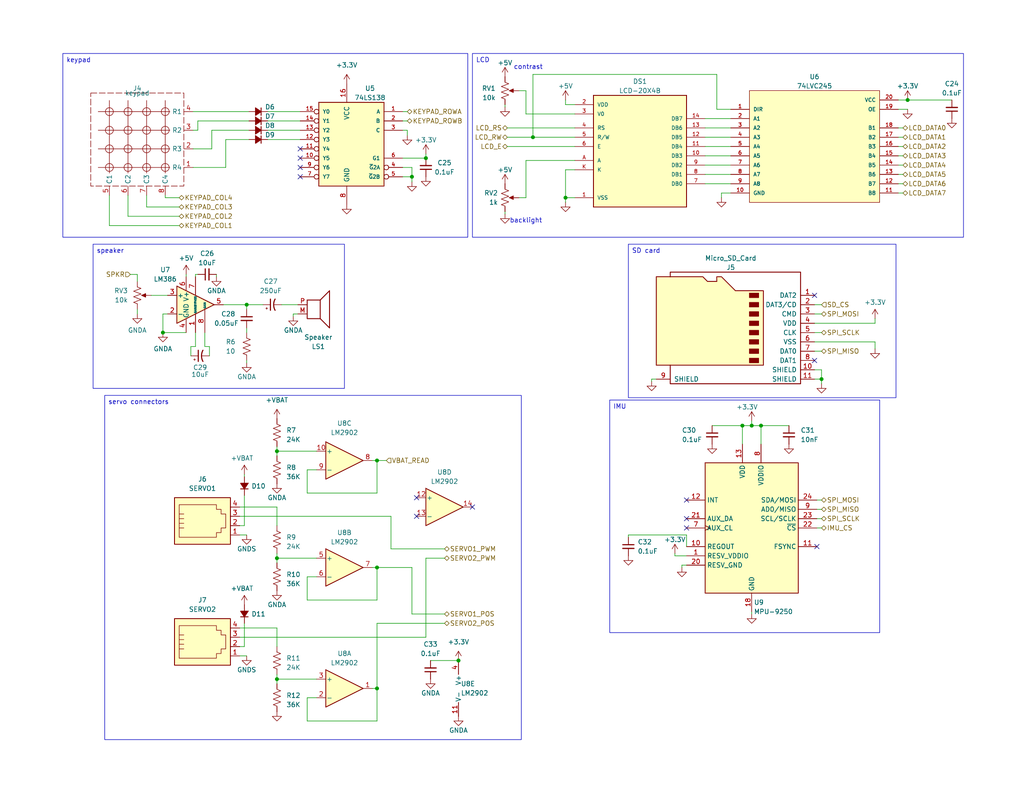
<source format=kicad_sch>
(kicad_sch (version 20231120) (generator "eeschema") (generator_version "8.0")
  (paper "A")
  (title_block (title "EE 110 Alpha Board - GPIO") (date "2024-02-07") (rev "0.2") (company "Adam Krivka"))
  (lib_symbols
    (symbol "74LS138:74LS138" (pin_names (offset 1.016))
      (property "Reference" "U2" (at -6.35 13.97 0))
      (property "Value" "74LS138" (at -6.35 11.43 0))
      (symbol "74LS138_1_0"
        (pin input line (at -15.24 7.62 0) (length 5.08) (name "A") (number "1"))
        (pin output inverted (at 12.7 -5.08 180) (length 5.08) (name "Y5") (number "10"))
        (pin output inverted (at 12.7 -2.54 180) (length 5.08) (name "Y4") (number "11"))
        (pin output inverted (at 12.7 0 180) (length 5.08) (name "Y3") (number "12"))
        (pin output inverted (at 12.7 2.54 180) (length 5.08) (name "Y2") (number "13"))
        (pin output inverted (at 12.7 5.08 180) (length 5.08) (name "Y1") (number "14"))
        (pin output inverted (at 12.7 7.62 180) (length 5.08) (name "Y0") (number "15"))
        (pin input line (at -15.24 5.08 0) (length 5.08) (name "B") (number "2"))
        (pin input line (at -15.24 2.54 0) (length 5.08) (name "C") (number "3"))
        (pin input inverted (at -15.24 -7.62 0) (length 5.08) (name "~{G}2A") (number "4"))
        (pin input inverted (at -15.24 -10.16 0) (length 5.08) (name "~{G}2B") (number "5"))
        (pin input line (at -15.24 -5.08 0) (length 5.08) (name "G1") (number "6"))
        (pin output inverted (at 12.7 -10.16 180) (length 5.08) (name "Y7") (number "7"))
        (pin output inverted (at 12.7 -7.62 180) (length 5.08) (name "Y6") (number "9"))
      )
      (symbol "74LS138_1_1"
        (pin input line (at 0 15.24 270) (length 5.08) (name "VCC") (number "16"))
        (pin input line (at 0 -17.78 90) (length 5.08) (name "GND") (number "8"))
      )
    )
    (symbol "74LVC245:74LVC245" (pin_names (offset 1.016))
      (property "Reference" "U2" (at 0 19.05 0))
      (symbol "74LVC245_0_0"
        (pin bidirectional line (at -22.86 10.16 0) (length 5.08) (name "DIR") (number "1"))
        (pin bidirectional line (at -22.86 -12.7 0) (length 5.08) (name "GND") (number "10"))
        (pin bidirectional line (at 22.86 -12.7 180) (length 5.08) (name "B8") (number "11"))
        (pin bidirectional line (at 22.86 -10.16 180) (length 5.08) (name "B7") (number "12"))
        (pin bidirectional line (at 22.86 -7.62 180) (length 5.08) (name "B6") (number "13"))
        (pin bidirectional line (at 22.86 -5.08 180) (length 5.08) (name "B5") (number "14"))
        (pin bidirectional line (at 22.86 -2.54 180) (length 5.08) (name "B4") (number "15"))
        (pin bidirectional line (at 22.86 0 180) (length 5.08) (name "B3") (number "16"))
        (pin bidirectional line (at 22.86 2.54 180) (length 5.08) (name "B2") (number "17"))
        (pin bidirectional line (at 22.86 5.08 180) (length 5.08) (name "B1") (number "18"))
        (pin bidirectional line (at 22.86 10.16 180) (length 5.08) (name "OE") (number "19"))
        (pin bidirectional line (at -22.86 7.62 0) (length 5.08) (name "A1") (number "2"))
        (pin bidirectional line (at 22.86 12.7 180) (length 5.08) (name "VCC") (number "20"))
        (pin bidirectional line (at -22.86 5.08 0) (length 5.08) (name "A2") (number "3"))
        (pin bidirectional line (at -22.86 2.54 0) (length 5.08) (name "A3") (number "4"))
        (pin bidirectional line (at -22.86 0 0) (length 5.08) (name "A4") (number "5"))
        (pin bidirectional line (at -22.86 -2.54 0) (length 5.08) (name "A5") (number "6"))
        (pin bidirectional line (at -22.86 -5.08 0) (length 5.08) (name "A6") (number "7"))
        (pin bidirectional line (at -22.86 -7.62 0) (length 5.08) (name "A7") (number "8"))
        (pin bidirectional line (at -22.86 -10.16 0) (length 5.08) (name "A8") (number "9"))
      )
    )
    (symbol "Amplifier_Audio:LM386" (pin_names (offset 0.127))
      (property "Reference" "U" (at 1.27 7.62 0))
      (property "Value" "LM386" (at 1.27 5.08 0))
      (symbol "LM386_1_1"
        (pin input line (at 0 -7.62 90) (length 5.08) (name "GAIN") (number "1"))
        (pin input line (at -7.62 -2.54 0) (length 2.54) (name "-") (number "2"))
        (pin input line (at -7.62 2.54 0) (length 2.54) (name "+") (number "3"))
        (pin power_in line (at -2.54 -7.62 90) (length 3.81) (name "GND") (number "4"))
        (pin output line (at 7.62 0 180) (length 2.54) (name "~") (number "5"))
        (pin power_in line (at -2.54 7.62 270) (length 3.81) (name "V+") (number "6"))
        (pin input line (at 0 7.62 270) (length 5.08) (name "BYPASS") (number "7"))
        (pin input line (at 2.54 -7.62 90) (length 6.35) (name "GAIN") (number "8"))
      )
    )
    (symbol "Amplifier_Operational:LM2902" (pin_names (offset 0.127))
      (property "Reference" "U" (at 0 5.08 0))
      (property "Value" "LM2902" (at 0 -5.08 0))
      (symbol "LM2902_1_1"
        (pin output line (at 7.62 0 180) (length 2.54) (name "~") (number "1"))
        (pin input line (at -7.62 -2.54 0) (length 2.54) (name "-") (number "2"))
        (pin input line (at -7.62 2.54 0) (length 2.54) (name "+") (number "3"))
      )
      (symbol "LM2902_2_1"
        (pin input line (at -7.62 2.54 0) (length 2.54) (name "+") (number "5"))
        (pin input line (at -7.62 -2.54 0) (length 2.54) (name "-") (number "6"))
        (pin output line (at 7.62 0 180) (length 2.54) (name "~") (number "7"))
      )
      (symbol "LM2902_3_1"
        (pin input line (at -7.62 2.54 0) (length 2.54) (name "+") (number "10"))
        (pin output line (at 7.62 0 180) (length 2.54) (name "~") (number "8"))
        (pin input line (at -7.62 -2.54 0) (length 2.54) (name "-") (number "9"))
      )
      (symbol "LM2902_4_1"
        (pin input line (at -7.62 2.54 0) (length 2.54) (name "+") (number "12"))
        (pin input line (at -7.62 -2.54 0) (length 2.54) (name "-") (number "13"))
        (pin output line (at 7.62 0 180) (length 2.54) (name "~") (number "14"))
      )
      (symbol "LM2902_5_1"
        (pin power_in line (at -2.54 -7.62 90) (length 3.81) (name "V-") (number "11"))
        (pin power_in line (at -2.54 7.62 270) (length 3.81) (name "V+") (number "4"))
      )
    )
    (symbol "Connector:4P4C" (pin_names (offset 1.016))
      (property "Reference" "J" (at -5.08 8.89 0))
      (property "Value" "4P4C" (at 2.54 8.89 0))
      (symbol "4P4C_1_1"
        (pin passive line (at 10.16 -2.54 180) (length 2.54) (name "~") (number "1"))
        (pin passive line (at 10.16 0 180) (length 2.54) (name "~") (number "2"))
        (pin passive line (at 10.16 2.54 180) (length 2.54) (name "~") (number "3"))
        (pin passive line (at 10.16 5.08 180) (length 2.54) (name "~") (number "4"))
      )
    )
    (symbol "Connector:Micro_SD_Card" (pin_names (offset 1.016))
      (property "Reference" "J4" (at 0 15.24 0))
      (property "Value" "Micro_SD_Card" (at 0 17.78 0))
      (symbol "Micro_SD_Card_1_1"
        (pin bidirectional line (at -22.86 7.62 0) (length 3.81) (name "DAT2") (number "1"))
        (pin passive line (at -22.86 -12.7 0) (length 3.81) (name "SHIELD") (number "10"))
        (pin passive line (at -22.86 -15.24 0) (length 3.81) (name "SHIELD") (number "11"))
        (pin bidirectional line (at -22.86 5.08 0) (length 3.81) (name "DAT3/CD") (number "2"))
        (pin input line (at -22.86 2.54 0) (length 3.81) (name "CMD") (number "3"))
        (pin power_in line (at -22.86 0 0) (length 3.81) (name "VDD") (number "4"))
        (pin input line (at -22.86 -2.54 0) (length 3.81) (name "CLK") (number "5"))
        (pin power_in line (at -22.86 -5.08 0) (length 3.81) (name "VSS") (number "6"))
        (pin bidirectional line (at -22.86 -7.62 0) (length 3.81) (name "DAT0") (number "7"))
        (pin bidirectional line (at -22.86 -10.16 0) (length 3.81) (name "DAT1") (number "8"))
        (pin passive line (at 20.32 -15.24 180) (length 3.81) (name "SHIELD") (number "9"))
      )
    )
    (symbol "Device:C_Polarized_Small_US" (pin_numbers hide) (pin_names (offset 0.254) hide)
      (property "Reference" "C" (at 0.254 1.778 0))
      (property "Value" "C_Polarized_Small_US" (at 0.254 -2.032 0))
      (symbol "C_Polarized_Small_US_1_1"
        (pin passive line (at 0 2.54 270) (length 2.032) (name "~") (number "1"))
        (pin passive line (at 0 -2.54 90) (length 2.032) (name "~") (number "2"))
      )
    )
    (symbol "Device:C_Small" (pin_numbers hide) (pin_names (offset 0.254) hide)
      (property "Reference" "C" (at 0.254 1.778 0))
      (property "Value" "C_Small" (at 0.254 -2.032 0))
      (symbol "C_Small_1_1"
        (pin passive line (at 0 2.54 270) (length 2.032) (name "~") (number "1"))
        (pin passive line (at 0 -2.54 90) (length 2.032) (name "~") (number "2"))
      )
    )
    (symbol "Device:D_Small_Filled" (pin_numbers hide) (pin_names (offset 0.254) hide)
      (property "Reference" "D" (at -1.27 2.032 0))
      (property "Value" "D_Small_Filled" (at -3.81 -2.032 0))
      (symbol "D_Small_Filled_1_1"
        (pin passive line (at -2.54 0 0) (length 1.778) (name "K") (number "1"))
        (pin passive line (at 2.54 0 180) (length 1.778) (name "A") (number "2"))
      )
    )
    (symbol "Device:R_Potentiometer_US" (pin_numbers hide) (pin_names (offset 1.016) hide)
      (property "Reference" "RV" (at -4.445 0 90))
      (property "Value" "R_Potentiometer_US" (at -2.54 0 90))
      (symbol "R_Potentiometer_US_1_1"
        (pin passive line (at 0 3.81 270) (length 1.27) (name "1") (number "1"))
        (pin passive line (at 3.81 0 180) (length 1.27) (name "2") (number "2"))
        (pin passive line (at 0 -3.81 90) (length 1.27) (name "3") (number "3"))
      )
    )
    (symbol "Device:R_US" (pin_numbers hide) (pin_names (offset 0))
      (property "Reference" "R" (at 2.54 0 90))
      (property "Value" "R_US" (at -2.54 0 90))
      (symbol "R_US_1_1"
        (pin passive line (at 0 3.81 270) (length 1.27) (name "~") (number "1"))
        (pin passive line (at 0 -3.81 90) (length 1.27) (name "~") (number "2"))
      )
    )
    (symbol "Device:Speaker" (pin_names (offset 0) hide)
      (property "Reference" "LS1" (at 0.508 -11.43 0))
      (property "Value" "Speaker" (at 0.508 -8.89 0))
      (symbol "Speaker_1_1"
        (pin input line (at -5.08 -2.54 0) (length 2.54) (name "2") (number "M"))
        (pin input line (at -5.08 0 0) (length 2.54) (name "1") (number "P"))
      )
    )
    (symbol "My_Library:Keypad_4x4"
      (property "Reference" "J3" (at 0 13.97 0))
      (property "Value" "~" (at 0 12.7 0))
      (symbol "Keypad_4x4_1_1"
        (pin bidirectional line (at 15.24 -7.62 180) (length 2.54) (name "R4") (number "1"))
        (pin bidirectional line (at 15.24 -2.54 180) (length 2.54) (name "R3") (number "2"))
        (pin bidirectional line (at 15.24 2.54 180) (length 2.54) (name "R2") (number "3"))
        (pin bidirectional line (at 15.24 7.62 180) (length 2.54) (name "R1") (number "4"))
        (pin bidirectional line (at -7.62 -15.24 90) (length 2.54) (name "C1") (number "5"))
        (pin bidirectional line (at -2.54 -15.24 90) (length 2.54) (name "C2") (number "6"))
        (pin bidirectional line (at 2.54 -15.24 90) (length 2.54) (name "C3") (number "7"))
        (pin bidirectional line (at 7.62 -15.24 90) (length 2.54) (name "C4") (number "8"))
      )
    )
    (symbol "R_Potentiometer_US_1" (pin_numbers hide) (pin_names (offset 1.016) hide)
      (property "Reference" "RV" (at -4.445 0 90))
      (property "Value" "R_Potentiometer_US" (at -2.54 0 90))
      (symbol "R_Potentiometer_US_1_1_1"
        (pin passive line (at 0 3.81 270) (length 1.27) (name "1") (number "1"))
        (pin passive line (at 3.81 0 180) (length 1.27) (name "2") (number "2"))
        (pin passive line (at 0 -3.81 90) (length 1.27) (name "3") (number "3"))
      )
    )
    (symbol "Sensor_Motion:MPU-9250"
      (property "Reference" "U" (at -11.43 19.05 0))
      (property "Value" "MPU-9250" (at 7.62 -19.05 0))
      (symbol "MPU-9250_1_1"
        (pin input line (at 17.78 -7.62 180) (length 5.08) (name "RESV_VDDIO") (number "1"))
        (pin passive line (at 17.78 -5.08 180) (length 5.08) (name "REGOUT") (number "10"))
        (pin input line (at -17.78 -5.08 0) (length 5.08) (name "FSYNC") (number "11"))
        (pin output line (at 17.78 7.62 180) (length 5.08) (name "INT") (number "12"))
        (pin power_in line (at 2.54 22.86 270) (length 5.08) (name "VDD") (number "13"))
        (pin power_in line (at 0 -22.86 90) (length 5.08) (name "GND") (number "18"))
        (pin power_in line (at 17.78 -10.16 180) (length 5.08) (name "RESV_GND") (number "20"))
        (pin bidirectional line (at 17.78 2.54 180) (length 5.08) (name "AUX_DA") (number "21"))
        (pin input line (at -17.78 0 0) (length 5.08) (name "~{CS}") (number "22"))
        (pin input line (at -17.78 2.54 0) (length 5.08) (name "SCL/SCLK") (number "23"))
        (pin bidirectional line (at -17.78 7.62 0) (length 5.08) (name "SDA/MOSI") (number "24"))
        (pin output clock (at 17.78 0 180) (length 5.08) (name "AUX_CL") (number "7"))
        (pin power_in line (at -2.54 22.86 270) (length 5.08) (name "VDDIO") (number "8"))
        (pin bidirectional line (at -17.78 5.08 0) (length 5.08) (name "AD0/MISO") (number "9"))
      )
    )
    (symbol "lcd2004:LCD-20X4B" (pin_names (offset 1.016))
      (property "Reference" "DS1" (at 0 21.59 0))
      (property "Value" "LCD-20X4B" (at 0 19.05 0))
      (symbol "LCD-20X4B_0_0"
        (pin power_in line (at -17.78 -10.16 0) (length 5.08) (name "VSS") (number "1"))
        (pin bidirectional line (at 17.78 1.27 180) (length 5.08) (name "DB3") (number "10"))
        (pin bidirectional line (at 17.78 3.81 180) (length 5.08) (name "DB4") (number "11"))
        (pin bidirectional line (at 17.78 6.35 180) (length 5.08) (name "DB5") (number "12"))
        (pin bidirectional line (at 17.78 8.89 180) (length 5.08) (name "DB6") (number "13"))
        (pin bidirectional line (at 17.78 11.43 180) (length 5.08) (name "DB7") (number "14"))
        (pin power_in line (at -17.78 15.24 0) (length 5.08) (name "VDD") (number "2"))
        (pin power_in line (at -17.78 12.7 0) (length 5.08) (name "V0") (number "3"))
        (pin input line (at -17.78 8.89 0) (length 5.08) (name "RS") (number "4"))
        (pin input line (at -17.78 6.35 0) (length 5.08) (name "R/W") (number "5"))
        (pin input line (at -17.78 3.81 0) (length 5.08) (name "E") (number "6"))
        (pin bidirectional line (at 17.78 -6.35 180) (length 5.08) (name "DB0") (number "7"))
        (pin bidirectional line (at 17.78 -3.81 180) (length 5.08) (name "DB1") (number "8"))
        (pin bidirectional line (at 17.78 -1.27 180) (length 5.08) (name "DB2") (number "9"))
      )
      (symbol "LCD-20X4B_1_0"
        (pin passive line (at -17.78 0 0) (length 5.08) (name "A") (number "A"))
        (pin passive line (at -17.78 -2.54 0) (length 5.08) (name "K") (number "K"))
      )
    )
    (symbol "power:+3.3V" (power) (pin_names (offset 0))
      (property "Value" "+3.3V" (at 0 3.556 0))
      (symbol "+3.3V_1_1"
        (pin power_in line (at 0 0 90) (length 0) hide (name "+3.3V") (number "1"))
      )
    )
    (symbol "power:+3V3" (power) (pin_names (offset 0))
      (property "Value" "+3V3" (at 0 3.556 0))
      (symbol "+3V3_1_1"
        (pin power_in line (at 0 0 90) (length 0) hide (name "+3V3") (number "1"))
      )
    )
    (symbol "power:+5V" (power) (pin_names (offset 0))
      (property "Value" "+5V" (at 0 3.556 0))
      (symbol "+5V_1_1"
        (pin power_in line (at 0 0 90) (length 0) hide (name "+5V") (number "1"))
      )
    )
    (symbol "power:+5VD" (power) (pin_names (offset 0))
      (property "Value" "+5VD" (at 0 3.556 0))
      (symbol "+5VD_1_1"
        (pin power_in line (at 0 0 90) (length 0) hide (name "+5VD") (number "1"))
      )
    )
    (symbol "power:GND" (power) (pin_names (offset 0))
      (property "Value" "GND" (at 0 -3.81 0))
      (symbol "GND_1_1"
        (pin power_in line (at 0 0 270) (length 0) hide (name "GND") (number "1"))
      )
    )
    (symbol "power:GNDA" (power) (pin_names (offset 0))
      (property "Value" "GNDA" (at 0 -3.81 0))
      (symbol "GNDA_1_1"
        (pin power_in line (at 0 0 270) (length 0) hide (name "GNDA") (number "1"))
      )
    )
    (symbol "power:GNDS" (power) (pin_names (offset 0))
      (property "Value" "GNDS" (at 0 -3.81 0))
      (symbol "GNDS_1_1"
        (pin power_in line (at 0 0 270) (length 0) hide (name "GNDS") (number "1"))
      )
    )
  )
  (junction (at 102.87 125.73))
  (junction (at 207.645 116.205))
  (junction (at 202.565 116.205))
  (junction (at 75.565 123.19))
  (junction (at 112.395 48.26))
  (junction (at 247.65 27.305))
  (junction (at 67.31 83.185))
  (junction (at 224.155 103.505))
  (junction (at 125.095 180.34))
  (junction (at 102.87 187.96))
  (junction (at 154.305 53.975))
  (junction (at 116.205 43.18))
  (junction (at 145.415 37.465))
  (junction (at 102.87 154.94))
  (junction (at 205.105 116.205))
  (junction (at 44.45 90.805))
  (junction (at 75.565 152.4))
  (junction (at 75.565 185.42))
  (no_connect (at 81.915 43.18))
  (no_connect (at 187.325 141.605))
  (no_connect (at 113.665 140.97))
  (no_connect (at 187.325 136.525))
  (no_connect (at 222.25 80.645))
  (no_connect (at 81.915 40.64))
  (no_connect (at 81.915 45.72))
  (no_connect (at 81.915 48.26))
  (no_connect (at 128.905 138.43))
  (no_connect (at 187.325 144.145))
  (no_connect (at 113.665 135.89))
  (no_connect (at 222.25 98.425))
  (no_connect (at 222.885 149.225))
  (wire (pts (xy 34.925 53.34) (xy 34.925 59.055)))
  (wire (pts (xy 196.85 52.705) (xy 199.39 52.705)))
  (wire (pts (xy 137.795 28.575) (xy 137.795 29.21)))
  (wire (pts (xy 192.405 42.545) (xy 199.39 42.545)))
  (wire (pts (xy 52.705 45.72) (xy 61.595 45.72)))
  (wire (pts (xy 102.87 134.62) (xy 102.87 125.73)))
  (wire (pts (xy 59.055 74.93) (xy 59.055 75.565)))
  (wire (pts (xy 75.565 138.43) (xy 75.565 143.51)))
  (wire (pts (xy 50.8 74.93) (xy 50.8 75.565)))
  (wire (pts (xy 75.565 184.15) (xy 75.565 185.42)))
  (wire (pts (xy 65.405 140.97) (xy 106.68 140.97)))
  (wire (pts (xy 238.76 93.345) (xy 238.76 95.25)))
  (wire (pts (xy 177.8 103.505) (xy 177.8 104.14)))
  (wire (pts (xy 45.085 53.34) (xy 45.085 53.975)))
  (wire (pts (xy 66.675 176.53) (xy 65.405 176.53)))
  (wire (pts (xy 154.305 55.245) (xy 154.305 53.975)))
  (wire (pts (xy 116.205 152.4) (xy 121.285 152.4)))
  (wire (pts (xy 102.87 154.94) (xy 112.395 154.94)))
  (wire (pts (xy 179.07 103.505) (xy 177.8 103.505)))
  (wire (pts (xy 143.51 43.815) (xy 143.51 53.975)))
  (wire (pts (xy 156.845 28.575) (xy 154.305 28.575)))
  (wire (pts (xy 53.975 74.93) (xy 53.34 74.93)))
  (wire (pts (xy 112.395 154.94) (xy 112.395 167.64)))
  (wire (pts (xy 52.07 97.155) (xy 52.07 94.615)))
  (wire (pts (xy 222.25 90.805) (xy 224.155 90.805)))
  (wire (pts (xy 40.005 53.34) (xy 40.005 56.515)))
  (wire (pts (xy 75.565 171.45) (xy 75.565 176.53)))
  (wire (pts (xy 76.835 83.185) (xy 81.28 83.185)))
  (wire (pts (xy 117.475 180.34) (xy 125.095 180.34)))
  (wire (pts (xy 29.845 53.34) (xy 29.845 61.595)))
  (wire (pts (xy 86.36 157.48) (xy 83.82 157.48)))
  (wire (pts (xy 137.795 57.785) (xy 137.795 58.42)))
  (wire (pts (xy 222.885 139.065) (xy 224.155 139.065)))
  (wire (pts (xy 57.785 35.56) (xy 67.945 35.56)))
  (wire (pts (xy 245.11 45.085) (xy 246.38 45.085)))
  (wire (pts (xy 83.82 157.48) (xy 83.82 163.83)))
  (wire (pts (xy 187.325 151.765) (xy 184.15 151.765)))
  (wire (pts (xy 143.51 53.975) (xy 141.605 53.975)))
  (wire (pts (xy 154.305 53.975) (xy 156.845 53.975)))
  (wire (pts (xy 106.68 140.97) (xy 106.68 149.86)))
  (wire (pts (xy 102.87 125.73) (xy 101.6 125.73)))
  (wire (pts (xy 205.105 167.005) (xy 205.105 167.64)))
  (wire (pts (xy 245.11 29.845) (xy 247.65 29.845)))
  (wire (pts (xy 112.395 48.26) (xy 112.395 49.657)))
  (wire (pts (xy 112.395 45.72) (xy 112.395 48.26)))
  (wire (pts (xy 41.275 80.645) (xy 45.72 80.645)))
  (wire (pts (xy 224.155 103.505) (xy 224.155 104.775)))
  (wire (pts (xy 57.785 35.56) (xy 57.785 40.64)))
  (wire (pts (xy 196.85 52.705) (xy 196.85 53.975)))
  (wire (pts (xy 55.88 90.805) (xy 55.88 94.615)))
  (wire (pts (xy 73.025 35.56) (xy 81.915 35.56)))
  (wire (pts (xy 154.305 28.575) (xy 154.305 27.305)))
  (wire (pts (xy 186.055 154.305) (xy 186.055 154.94)))
  (wire (pts (xy 222.25 83.185) (xy 224.155 83.185)))
  (wire (pts (xy 67.31 89.535) (xy 67.31 90.805)))
  (wire (pts (xy 73.025 38.1) (xy 81.915 38.1)))
  (wire (pts (xy 57.15 94.615) (xy 57.15 97.155)))
  (wire (pts (xy 53.975 33.02) (xy 53.975 35.56)))
  (wire (pts (xy 145.415 20.32) (xy 195.58 20.32)))
  (wire (pts (xy 222.25 103.505) (xy 224.155 103.505)))
  (wire (pts (xy 138.43 34.925) (xy 156.845 34.925)))
  (wire (pts (xy 145.415 37.465) (xy 156.845 37.465)))
  (wire (pts (xy 66.675 129.54) (xy 66.675 130.175)))
  (wire (pts (xy 245.11 27.305) (xy 247.65 27.305)))
  (wire (pts (xy 192.405 37.465) (xy 199.39 37.465)))
  (wire (pts (xy 52.705 35.56) (xy 53.975 35.56)))
  (wire (pts (xy 75.565 121.92) (xy 75.565 123.19)))
  (wire (pts (xy 102.87 154.94) (xy 101.6 154.94)))
  (wire (pts (xy 52.705 30.48) (xy 67.945 30.48)))
  (wire (pts (xy 245.11 47.625) (xy 246.38 47.625)))
  (wire (pts (xy 75.565 152.4) (xy 86.36 152.4)))
  (wire (pts (xy 80.01 85.725) (xy 80.01 86.36)))
  (wire (pts (xy 116.205 42.037) (xy 116.205 43.18)))
  (wire (pts (xy 143.51 24.765) (xy 143.51 31.115)))
  (wire (pts (xy 109.855 35.56) (xy 111.125 35.56)))
  (wire (pts (xy 73.025 30.48) (xy 81.915 30.48)))
  (wire (pts (xy 61.595 38.1) (xy 61.595 45.72)))
  (wire (pts (xy 34.925 59.055) (xy 48.895 59.055)))
  (wire (pts (xy 222.885 141.605) (xy 224.155 141.605)))
  (wire (pts (xy 199.39 29.845) (xy 195.58 29.845)))
  (wire (pts (xy 222.25 100.965) (xy 224.155 100.965)))
  (wire (pts (xy 44.45 85.725) (xy 44.45 90.805)))
  (wire (pts (xy 65.405 146.05) (xy 67.31 146.05)))
  (wire (pts (xy 143.51 24.765) (xy 141.605 24.765)))
  (wire (pts (xy 102.87 125.73) (xy 105.41 125.73)))
  (wire (pts (xy 192.405 50.165) (xy 199.39 50.165)))
  (wire (pts (xy 75.565 123.19) (xy 75.565 124.46)))
  (wire (pts (xy 53.975 33.02) (xy 67.945 33.02)))
  (wire (pts (xy 116.205 43.18) (xy 109.855 43.18)))
  (wire (pts (xy 102.87 170.18) (xy 102.87 187.96)))
  (wire (pts (xy 86.36 190.5) (xy 83.82 190.5)))
  (wire (pts (xy 222.885 136.525) (xy 224.155 136.525)))
  (wire (pts (xy 112.395 48.26) (xy 109.855 48.26)))
  (wire (pts (xy 247.65 27.305) (xy 259.715 27.305)))
  (wire (pts (xy 75.565 185.42) (xy 86.36 185.42)))
  (wire (pts (xy 61.595 38.1) (xy 67.945 38.1)))
  (wire (pts (xy 102.87 163.83) (xy 102.87 154.94)))
  (wire (pts (xy 75.565 151.13) (xy 75.565 152.4)))
  (wire (pts (xy 156.845 46.355) (xy 154.305 46.355)))
  (wire (pts (xy 116.205 173.99) (xy 116.205 152.4)))
  (wire (pts (xy 222.25 93.345) (xy 238.76 93.345)))
  (wire (pts (xy 67.31 98.425) (xy 67.31 99.06)))
  (wire (pts (xy 238.76 88.265) (xy 238.76 86.995)))
  (wire (pts (xy 52.07 94.615) (xy 53.34 94.615)))
  (wire (pts (xy 222.25 85.725) (xy 224.155 85.725)))
  (wire (pts (xy 138.43 40.005) (xy 156.845 40.005)))
  (wire (pts (xy 192.405 45.085) (xy 199.39 45.085)))
  (wire (pts (xy 75.565 152.4) (xy 75.565 153.67)))
  (wire (pts (xy 109.855 33.02) (xy 111.125 33.02)))
  (wire (pts (xy 245.11 37.465) (xy 246.38 37.465)))
  (wire (pts (xy 205.105 114.935) (xy 205.105 116.205)))
  (wire (pts (xy 145.415 20.32) (xy 145.415 37.465)))
  (wire (pts (xy 138.43 37.465) (xy 145.415 37.465)))
  (wire (pts (xy 222.25 88.265) (xy 238.76 88.265)))
  (wire (pts (xy 207.645 116.205) (xy 207.645 121.285)))
  (wire (pts (xy 245.11 40.005) (xy 246.38 40.005)))
  (wire (pts (xy 143.51 43.815) (xy 156.845 43.815)))
  (wire (pts (xy 83.82 196.85) (xy 102.87 196.85)))
  (wire (pts (xy 65.405 179.07) (xy 67.31 179.07)))
  (wire (pts (xy 86.36 128.27) (xy 83.82 128.27)))
  (wire (pts (xy 81.28 85.725) (xy 80.01 85.725)))
  (wire (pts (xy 222.885 144.145) (xy 224.155 144.145)))
  (wire (pts (xy 205.105 116.205) (xy 202.565 116.205)))
  (wire (pts (xy 245.11 34.925) (xy 246.38 34.925)))
  (wire (pts (xy 102.87 196.85) (xy 102.87 187.96)))
  (wire (pts (xy 184.15 151.765) (xy 184.15 151.13)))
  (wire (pts (xy 75.565 123.19) (xy 86.36 123.19)))
  (wire (pts (xy 112.395 167.64) (xy 121.285 167.64)))
  (wire (pts (xy 83.82 134.62) (xy 102.87 134.62)))
  (wire (pts (xy 35.56 74.93) (xy 37.465 74.93)))
  (wire (pts (xy 207.645 116.205) (xy 215.265 116.205)))
  (wire (pts (xy 202.565 116.205) (xy 202.565 121.285)))
  (wire (pts (xy 65.405 171.45) (xy 75.565 171.45)))
  (wire (pts (xy 192.405 40.005) (xy 199.39 40.005)))
  (wire (pts (xy 83.82 190.5) (xy 83.82 196.85)))
  (wire (pts (xy 245.11 50.165) (xy 246.38 50.165)))
  (wire (pts (xy 67.31 83.185) (xy 71.755 83.185)))
  (wire (pts (xy 192.405 32.385) (xy 199.39 32.385)))
  (wire (pts (xy 222.25 95.885) (xy 224.155 95.885)))
  (wire (pts (xy 106.68 149.86) (xy 121.285 149.86)))
  (wire (pts (xy 40.005 56.515) (xy 48.895 56.515)))
  (wire (pts (xy 187.325 154.305) (xy 186.055 154.305)))
  (wire (pts (xy 37.465 74.93) (xy 37.465 76.835)))
  (wire (pts (xy 194.31 116.205) (xy 202.565 116.205)))
  (wire (pts (xy 55.88 94.615) (xy 57.15 94.615)))
  (wire (pts (xy 45.085 53.975) (xy 48.895 53.975)))
  (wire (pts (xy 245.11 42.545) (xy 246.38 42.545)))
  (wire (pts (xy 53.34 94.615) (xy 53.34 90.805)))
  (wire (pts (xy 83.82 128.27) (xy 83.82 134.62)))
  (wire (pts (xy 65.405 138.43) (xy 75.565 138.43)))
  (wire (pts (xy 195.58 29.845) (xy 195.58 20.32)))
  (wire (pts (xy 245.11 52.705) (xy 246.38 52.705)))
  (wire (pts (xy 109.855 45.72) (xy 112.395 45.72)))
  (wire (pts (xy 52.705 40.64) (xy 57.785 40.64)))
  (wire (pts (xy 67.31 83.185) (xy 67.31 84.455)))
  (wire (pts (xy 102.87 187.96) (xy 101.6 187.96)))
  (wire (pts (xy 53.34 74.93) (xy 53.34 75.565)))
  (wire (pts (xy 60.96 83.185) (xy 67.31 83.185)))
  (wire (pts (xy 66.675 135.255) (xy 66.675 143.51)))
  (wire (pts (xy 192.405 47.625) (xy 199.39 47.625)))
  (wire (pts (xy 171.45 146.05) (xy 171.45 146.685)))
  (wire (pts (xy 109.855 30.48) (xy 111.125 30.48)))
  (wire (pts (xy 111.125 35.56) (xy 111.125 36.957)))
  (wire (pts (xy 45.72 85.725) (xy 44.45 85.725)))
  (wire (pts (xy 73.025 33.02) (xy 81.915 33.02)))
  (wire (pts (xy 83.82 163.83) (xy 102.87 163.83)))
  (wire (pts (xy 29.845 61.595) (xy 48.895 61.595)))
  (wire (pts (xy 192.405 34.925) (xy 199.39 34.925)))
  (wire (pts (xy 66.675 143.51) (xy 65.405 143.51)))
  (wire (pts (xy 187.325 146.05) (xy 187.325 149.225)))
  (wire (pts (xy 65.405 173.99) (xy 116.205 173.99)))
  (wire (pts (xy 66.675 170.18) (xy 66.675 176.53)))
  (wire (pts (xy 37.465 84.455) (xy 37.465 85.725)))
  (wire (pts (xy 154.305 46.355) (xy 154.305 53.975)))
  (wire (pts (xy 143.51 31.115) (xy 156.845 31.115)))
  (wire (pts (xy 224.155 100.965) (xy 224.155 103.505)))
  (wire (pts (xy 75.565 185.42) (xy 75.565 186.69)))
  (wire (pts (xy 102.87 170.18) (xy 121.285 170.18)))
  (wire (pts (xy 44.45 90.805) (xy 50.8 90.805)))
  (wire (pts (xy 171.45 146.05) (xy 187.325 146.05)))
  (wire (pts (xy 205.105 116.205) (xy 207.645 116.205)))
  (text_box "keypad" (at 17.145 14.605 0) (size 110.49 50.165) (effects (font (size 1.27 1.27)) (justify left top)))
  (text_box "SD card\n" (at 171.45 66.675 0) (size 73.025 41.91) (effects (font (size 1.27 1.27)) (justify left top)))
  (text_box "servo connectors" (at 28.575 107.95 0) (size 113.665 93.98) (effects (font (size 1.27 1.27)) (justify left top)))
  (text_box "speaker" (at 25.4 66.675 0) (size 68.58 39.37) (effects (font (size 1.27 1.27)) (justify left top)))
  (text_box "LCD\n" (at 128.905 14.605 0) (size 133.985 50.165) (effects (font (size 1.27 1.27)) (justify left top)))
  (text_box "IMU" (at 166.37 109.22 0) (size 73.66 63.5) (effects (font (size 1.27 1.27)) (justify left top)))
  (text "backlight" (at 143.51 60.325 0) (effects (font (size 1.27 1.27))))
  (text "contrast\n" (at 144.145 18.415 0) (effects (font (size 1.27 1.27))))
  (hierarchical_label "LCD_DATA7" (shape bidirectional) (at 246.38 52.705 0))
  (hierarchical_label "LCD_DATA1" (shape bidirectional) (at 246.38 37.465 0))
  (hierarchical_label "SERVO2_PWM" (shape bidirectional) (at 121.285 152.4 0))
  (hierarchical_label "SERVO1_PWM" (shape bidirectional) (at 121.285 149.86 0))
  (hierarchical_label "LCD_DATA0" (shape bidirectional) (at 246.38 34.925 0))
  (hierarchical_label "SPI_MISO" (shape bidirectional) (at 224.155 95.885 0))
  (hierarchical_label "KEYPAD_COL3" (shape bidirectional) (at 48.895 56.515 0))
  (hierarchical_label "LCD_E" (shape bidirectional) (at 138.43 40.005 180))
  (hierarchical_label "KEYPAD_COL2" (shape bidirectional) (at 48.895 59.055 0))
  (hierarchical_label "LCD_DATA6" (shape bidirectional) (at 246.38 50.165 0))
  (hierarchical_label "KEYPAD_ROWB" (shape bidirectional) (at 111.125 33.02 0))
  (hierarchical_label "SPI_SCLK" (shape bidirectional) (at 224.155 141.605 0))
  (hierarchical_label "SPKR" (shape input) (at 35.56 74.93 180))
  (hierarchical_label "SPI_MISO" (shape bidirectional) (at 224.155 139.065 0))
  (hierarchical_label "SERVO1_POS" (shape bidirectional) (at 121.285 167.64 0))
  (hierarchical_label "IMU_CS" (shape bidirectional) (at 224.155 144.145 0))
  (hierarchical_label "LCD_RS" (shape bidirectional) (at 138.43 34.925 180))
  (hierarchical_label "SPI_MOSI" (shape bidirectional) (at 224.155 85.725 0))
  (hierarchical_label "SERVO2_POS" (shape bidirectional) (at 121.285 170.18 0))
  (hierarchical_label "SD_CS" (shape input) (at 224.155 83.185 0))
  (hierarchical_label "SPI_MOSI" (shape bidirectional) (at 224.155 136.525 0))
  (hierarchical_label "KEYPAD_ROWA" (shape bidirectional) (at 111.125 30.48 0))
  (hierarchical_label "KEYPAD_COL1" (shape bidirectional) (at 48.895 61.595 0))
  (hierarchical_label "LCD_RW" (shape bidirectional) (at 138.43 37.465 180))
  (hierarchical_label "LCD_DATA5" (shape bidirectional) (at 246.38 47.625 0))
  (hierarchical_label "LCD_DATA2" (shape bidirectional) (at 246.38 40.005 0))
  (hierarchical_label "SPI_SCLK" (shape bidirectional) (at 224.155 90.805 0))
  (hierarchical_label "VBAT_READ" (shape input) (at 105.41 125.73 0))
  (hierarchical_label "KEYPAD_COL4" (shape bidirectional) (at 48.895 53.975 0))
  (hierarchical_label "LCD_DATA3" (shape bidirectional) (at 246.38 42.545 0))
  (hierarchical_label "LCD_DATA4" (shape bidirectional) (at 246.38 45.085 0))
  (symbol (lib_id "Amplifier_Operational:LM2902") (at 93.98 125.73 0) (unit 3)
    (property "Reference" "U8" (at 93.98 115.57 0))
    (property "Value" "LM2902" (at 93.98 118.11 0))
    (property "Footprint" "Package_SO:SOIC-14_3.9x8.7mm_P1.27mm" (effects (hide yes)))
    (property "Datasheet" "http://www.ti.com/lit/ds/symlink/lm2902-n.pdf" (effects (hide yes)))
  )
  (symbol (lib_id "Connector:4P4C") (at 55.245 176.53 0) (unit 1)
    (property "Reference" "J7" (at 55.245 163.83 0))
    (property "Value" "SERVO2" (at 55.245 166.37 0))
    (property "Footprint" "Connector_JST:JST_XH_S4B-XH-A-1_1x04_P2.50mm_Horizontal" (effects (hide yes)))
  )
  (symbol (lib_id "power:+5V") (at 137.795 20.955 0) (unit 1)
    (property "Reference" "#PWR053" (effects (hide yes)))
    (property "Value" "+5V" (at 137.795 17.145 0))
    (instances (project "ee110_alpha_board_rev2" (path "" (reference "#PWR053") (unit 1))) (project "ee110a_hw4_stepper" (path "" (reference "#PWR?") (unit 1))) (project "ee110a_hw3_lcd" (path "" (reference "#PWR?") (unit 1))) (project "ee110a_hw5_servo" (path "" (reference "#PWR?") (unit 1))))
  )
  (symbol (lib_id "power:GNDA") (at 67.31 99.06 0) (mirror y) (unit 1)
    (property "Reference" "#PWR076" (effects (hide yes)))
    (property "Value" "GNDA" (at 67.31 102.87 0))
  )
  (symbol (lib_id "74LVC245:74LVC245") (at 222.25 40.005 0) (unit 1)
    (property "Reference" "U6" (at 222.25 20.955 0))
    (property "Value" "74LVC245" (at 222.25 23.495 0))
    (property "Footprint" "Package_SO:SOIC-20W_7.5x15.4mm_P1.27mm" (effects (hide yes)))
    (property "Description" "\nTransceiver, Non-Inverting 1 Element 8 Bit per Element 3-State Output 20-TSSOP\n" (effects (hide yes)))
    (property "MF" "ON Semiconductor" (effects (hide yes)))
    (property "Package" "TSSOP-20 ON Semiconductor" (effects (hide yes)))
    (property "Price" "None" (effects (hide yes)))
    (property "Check_prices" "https://www.snapeda.com/parts/74LVC245/Onsemi/view-part/?ref=eda" (effects (hide yes)))
    (property "VALUE" "74LVC245" (effects (hide yes)))
    (property "SnapEDA_Link" "https://www.snapeda.com/parts/74LVC245/Onsemi/view-part/?ref=snap" (effects (hide yes)))
    (property "PROD_ID" "IC-11305" (effects (hide yes)))
    (property "Availability" "In Stock" (effects (hide yes)))
    (property "MP" "74LVC245" (effects (hide yes)))
    (instances (project "ee110_alpha_board_rev2" (path "" (reference "U6") (unit 1))) (project "ee110a_hw4_stepper" (path "" (reference "U?") (unit 1))) (project "ee110a_hw3_lcd" (path "" (reference "U?") (unit 1))) (project "ee110a_hw5_servo" (path "" (reference "U?") (unit 1))))
  )
  (symbol (lib_id "power:GND") (at 177.8 104.14 0) (unit 1)
    (property "Reference" "#PWR077" (effects (hide yes)))
    (property "Value" "GND" (effects (hide yes)))
  )
  (symbol (lib_id "Device:R_Potentiometer_US") (at 137.795 24.765 0) (unit 1)
    (property "Reference" "RV1" (at 135.255 24.13 0) (effects (justify right)))
    (property "Value" "10k" (at 135.255 26.67 0) (effects (justify right)))
    (property "Footprint" "Potentiometer_THT:Potentiometer_Bourns_3296P_Horizontal" (effects (hide yes)))
    (property "Datasheet" "https://www.digikey.com/en/products/detail/bourns-inc/3296P-1-103LF/1088027" (effects (hide yes)))
    (instances (project "ee110_alpha_board_rev2" (path "" (reference "RV1") (unit 1))) (project "ee110a_hw4_stepper" (path "" (reference "RV?") (unit 1))) (project "ee110a_hw3_lcd" (path "" (reference "RV?") (unit 1))) (project "ee110a_hw5_servo" (path "" (reference "RV?") (unit 1))))
  )
  (symbol (lib_id "Device:D_Small_Filled") (at 70.485 35.56 180) (unit 1)
    (property "Reference" "D8" (at 73.66 34.29 0))
    (property "Value" "D_Small_Filled" (effects (hide yes)))
    (property "Footprint" "Diode_SMD:D_SOD-323F" (effects (hide yes)))
    (property "Sim.Device" "D" (effects (hide yes)))
    (property "Sim.Pins" "1=K 2=A" (effects (hide yes)))
  )
  (symbol (lib_id "power:GND") (at 137.795 58.42 0) (unit 1)
    (property "Reference" "#PWR068" (effects (hide yes)))
    (property "Value" "GND" (effects (hide yes)))
  )
  (symbol (lib_id "Device:C_Small") (at 171.45 149.225 0) (unit 1)
    (property "Reference" "C32" (at 173.99 147.9613 0) (effects (justify left)))
    (property "Value" "0.1uF" (at 173.99 150.5013 0) (effects (justify left)))
    (property "Footprint" "Capacitor_SMD:C_0805_2012Metric_Pad1.18x1.45mm_HandSolder" (effects (hide yes)))
  )
  (symbol (lib_id "Device:D_Small_Filled") (at 70.485 38.1 180) (unit 1)
    (property "Reference" "D9" (at 73.66 36.83 0))
    (property "Value" "D_Small_Filled" (effects (hide yes)))
    (property "Footprint" "Diode_SMD:D_SOD-323F" (effects (hide yes)))
    (property "Sim.Device" "D" (effects (hide yes)))
    (property "Sim.Pins" "1=K 2=A" (effects (hide yes)))
  )
  (symbol (lib_id "power:+3.3V") (at 184.15 151.13 0) (unit 1)
    (property "Reference" "#PWR086" (effects (hide yes)))
    (property "Value" "+3.3V" (at 184.15 147.32 0))
  )
  (symbol (lib_id "Sensor_Motion:MPU-9250") (at 205.105 144.145 0) (mirror y) (unit 1)
    (property "Reference" "U9" (at 205.6891 164.465 0) (effects (justify right)))
    (property "Value" "MPU-9250" (at 205.6891 167.005 0) (effects (justify right)))
    (property "Footprint" "Package_DFN_QFN:QFN-24-1EP_3x3mm_P0.4mm_EP1.75x1.6mm" (effects (hide yes)))
    (property "Datasheet" "https://invensense.tdk.com/wp-content/uploads/2015/02/PS-MPU-9250A-01-v1.1.pdf" (effects (hide yes)))
  )
  (symbol (lib_name "R_Potentiometer_US_1") (lib_id "Device:R_Potentiometer_US") (at 37.465 80.645 0) (unit 1)
    (property "Reference" "RV3" (at 34.925 79.375 0) (effects (justify right)))
    (property "Value" "10k" (at 34.925 81.915 0) (effects (justify right)))
    (property "Footprint" "Potentiometer_THT:Potentiometer_Bourns_3296P_Horizontal" (effects (hide yes)))
  )
  (symbol (lib_id "Device:R_US") (at 75.565 118.11 0) (unit 1)
    (property "Reference" "R7" (at 78.105 117.475 0) (effects (justify left)))
    (property "Value" "24K" (at 78.105 120.015 0) (effects (justify left)))
    (property "Footprint" "Resistor_SMD:R_0805_2012Metric_Pad1.20x1.40mm_HandSolder" (effects (hide yes)))
  )
  (symbol (lib_id "power:GNDA") (at 59.055 75.565 0) (mirror y) (unit 1)
    (property "Reference" "#PWR070" (effects (hide yes)))
    (property "Value" "GNDA" (at 59.055 79.375 0))
  )
  (symbol (lib_id "power:GNDA") (at 75.565 194.31 0) (unit 1)
    (property "Reference" "#PWR095" (effects (hide yes)))
    (property "Value" "GNDA" (effects (hide yes)))
  )
  (symbol (lib_id "My_Library:Keypad_4x4") (at 37.465 38.1 0) (unit 1)
    (property "Reference" "J4" (at 37.465 24.13 0))
    (property "Value" "keypad" (at 37.465 25.4 0))
    (property "Footprint" "Alpha Board rev2 library:4x4_Keypad" (effects (hide yes)))
    (instances (project "ee110_alpha_board_rev2" (path "" (reference "J4") (unit 1))) (project "ee110a_hw4_stepper" (path "" (reference "J?") (unit 1))) (project "ee110a_hw2_keypad" (path "" (reference "J?") (unit 1))) (project "ee110a_hw5_servo" (path "" (reference "J?") (unit 1))))
  )
  (symbol (lib_id "power:GNDA") (at 117.475 185.42 0) (unit 1)
    (property "Reference" "#PWR094" (effects (hide yes)))
    (property "Value" "GNDA" (at 117.475 189.23 0))
  )
  (symbol (lib_id "Amplifier_Operational:LM2902") (at 93.98 187.96 0) (unit 1)
    (property "Reference" "U8" (at 93.98 178.435 0))
    (property "Value" "LM2902" (at 93.98 180.975 0))
    (property "Footprint" "Package_SO:SOIC-14_3.9x8.7mm_P1.27mm" (effects (hide yes)))
    (property "Datasheet" "http://www.ti.com/lit/ds/symlink/lm2902-n.pdf" (effects (hide yes)))
  )
  (symbol (lib_id "power:GND") (at 154.305 55.245 0) (unit 1)
    (property "Reference" "#PWR066" (effects (hide yes)))
    (property "Value" "GND" (effects (hide yes)))
    (instances (project "ee110_alpha_board_rev2" (path "" (reference "#PWR066") (unit 1))) (project "ee110a_hw4_stepper" (path "" (reference "#PWR?") (unit 1))) (project "ee110a_hw3_lcd" (path "" (reference "#PWR?") (unit 1))) (project "ee110a_hw5_servo" (path "" (reference "#PWR?") (unit 1))))
  )
  (symbol (lib_id "Device:C_Small") (at 67.31 86.995 0) (unit 1)
    (property "Reference" "C28" (at 60.325 85.725 0) (effects (justify left)))
    (property "Value" "0.05uF" (at 58.42 88.265 0) (effects (justify left)))
    (property "Footprint" "Capacitor_SMD:C_0805_2012Metric_Pad1.18x1.45mm_HandSolder" (effects (hide yes)))
  )
  (symbol (lib_id "power:GNDS") (at 67.31 179.07 0) (unit 1)
    (property "Reference" "#PWR092" (effects (hide yes)))
    (property "Value" "GNDS" (at 67.31 182.88 0))
  )
  (symbol (lib_id "Amplifier_Operational:LM2902") (at 121.285 138.43 0) (unit 4)
    (property "Reference" "U8" (at 121.285 128.905 0))
    (property "Value" "LM2902" (at 121.285 131.445 0))
    (property "Footprint" "Package_SO:SOIC-14_3.9x8.7mm_P1.27mm" (effects (hide yes)))
    (property "Datasheet" "http://www.ti.com/lit/ds/symlink/lm2902-n.pdf" (effects (hide yes)))
  )
  (symbol (lib_id "Device:C_Polarized_Small_US") (at 74.295 83.185 90) (unit 1)
    (property "Reference" "C27" (at 73.8632 76.835 90))
    (property "Value" "250uF" (at 73.8632 79.375 90))
    (property "Footprint" "Capacitor_Tantalum_SMD:CP_EIA-2012-12_Kemet-R_Pad1.30x1.05mm_HandSolder" (effects (hide yes)))
  )
  (symbol (lib_id "power:GND") (at 259.715 32.385 0) (unit 1)
    (property "Reference" "#PWR059" (effects (hide yes)))
    (property "Value" "GND" (effects (hide yes)))
  )
  (symbol (lib_id "Device:R_US") (at 75.565 157.48 0) (unit 1)
    (property "Reference" "R10" (at 78.105 156.845 0) (effects (justify left)))
    (property "Value" "36K" (at 78.105 159.385 0) (effects (justify left)))
    (property "Footprint" "Resistor_SMD:R_0805_2012Metric_Pad1.20x1.40mm_HandSolder" (effects (hide yes)))
    (instances (project "ee110_alpha_board_rev2" (path "" (reference "R10") (unit 1))) (project "ee110a_hw5_servo" (path "" (reference "R?") (unit 1))))
  )
  (symbol (lib_id "power:GND") (at 247.65 29.845 0) (unit 1)
    (property "Reference" "#PWR058" (effects (hide yes)))
    (property "Value" "GND" (effects (hide yes)))
    (instances (project "ee110_alpha_board_rev2" (path "" (reference "#PWR058") (unit 1))) (project "ee110a_hw4_stepper" (path "" (reference "#PWR?") (unit 1))) (project "ee110a_hw3_lcd" (path "" (reference "#PWR?") (unit 1))) (project "ee110a_hw5_servo" (path "" (reference "#PWR?") (unit 1))))
  )
  (symbol (lib_id "power:+5V") (at 94.615 22.86 0) (unit 1)
    (property "Reference" "#PWR054" (effects (hide yes)))
    (property "Value" "+3.3V" (at 94.615 17.78 0))
  )
  (symbol (lib_id "power:+3.3V") (at 238.76 86.995 0) (unit 1)
    (property "Reference" "#PWR073" (effects (hide yes)))
    (property "Value" "+3.3V" (at 238.76 82.55 0))
  )
  (symbol (lib_id "power:GNDA") (at 37.465 85.725 0) (mirror y) (unit 1)
    (property "Reference" "#PWR071" (effects (hide yes)))
    (property "Value" "GNDA" (at 37.465 90.17 0))
  )
  (symbol (lib_id "Amplifier_Audio:LM386") (at 53.34 83.185 0) (unit 1)
    (property "Reference" "U7" (at 45.085 73.66 0))
    (property "Value" "LM386" (at 45.085 76.2 0))
    (property "Footprint" "Package_DIP:DIP-8_W7.62mm" (effects (hide yes)))
    (property "Datasheet" "http://www.ti.com/lit/ds/symlink/lm386.pdf" (effects (hide yes)))
  )
  (symbol (lib_id "power:GND") (at 238.76 95.25 0) (unit 1)
    (property "Reference" "#PWR075" (effects (hide yes)))
    (property "Value" "GND" (effects (hide yes)))
  )
  (symbol (lib_id "power:GNDA") (at 75.565 161.29 0) (unit 1)
    (property "Reference" "#PWR089" (effects (hide yes)))
    (property "Value" "GNDA" (at 75.565 165.1 0))
  )
  (symbol (lib_id "power:GND") (at 196.85 53.975 0) (unit 1)
    (property "Reference" "#PWR065" (effects (hide yes)))
    (property "Value" "GND" (effects (hide yes)))
    (instances (project "ee110_alpha_board_rev2" (path "" (reference "#PWR065") (unit 1))) (project "ee110a_hw4_stepper" (path "" (reference "#PWR?") (unit 1))) (project "ee110a_hw3_lcd" (path "" (reference "#PWR?") (unit 1))) (project "ee110a_hw5_servo" (path "" (reference "#PWR?") (unit 1))))
  )
  (symbol (lib_id "power:GND") (at 215.265 121.285 0) (unit 1)
    (property "Reference" "#PWR082" (effects (hide yes)))
    (property "Value" "GND" (effects (hide yes)))
  )
  (symbol (lib_id "power:+3.3V") (at 125.095 180.34 0) (unit 1)
    (property "Reference" "#PWR093" (effects (hide yes)))
    (property "Value" "+3.3V" (at 125.095 175.26 0))
  )
  (symbol (lib_id "power:GNDA") (at 80.01 86.36 0) (mirror y) (unit 1)
    (property "Reference" "#PWR072" (effects (hide yes)))
    (property "Value" "GNDA" (at 80.01 90.17 0))
  )
  (symbol (lib_id "power:+5VD") (at 66.675 165.1 0) (unit 1)
    (property "Reference" "#PWR090" (effects (hide yes)))
    (property "Value" "+VBAT" (at 66.04 160.655 0))
  )
  (symbol (lib_id "power:GND") (at 111.125 36.957 0) (unit 1)
    (property "Reference" "#PWR060" (effects (hide yes)))
    (property "Value" "GND" (effects (hide yes)))
    (instances (project "ee110_alpha_board_rev2" (path "" (reference "#PWR060") (unit 1))) (project "ee110a_hw4_stepper" (path "" (reference "#PWR?") (unit 1))) (project "ee110a_hw2_keypad" (path "" (reference "#PWR?") (unit 1))) (project "ee110a_hw5_servo" (path "" (reference "#PWR?") (unit 1))))
  )
  (symbol (lib_id "Amplifier_Operational:LM2902") (at 127.635 187.96 0) (unit 5)
    (property "Reference" "U8" (at 125.73 186.69 0) (effects (justify left)))
    (property "Value" "LM2902" (at 125.73 189.23 0) (effects (justify left)))
    (property "Footprint" "Package_SO:SOIC-14_3.9x8.7mm_P1.27mm" (effects (hide yes)))
    (property "Datasheet" "http://www.ti.com/lit/ds/symlink/lm2902-n.pdf" (effects (hide yes)))
  )
  (symbol (lib_id "power:GND") (at 137.795 29.21 0) (unit 1)
    (property "Reference" "#PWR057" (effects (hide yes)))
    (property "Value" "GND" (effects (hide yes)))
    (instances (project "ee110_alpha_board_rev2" (path "" (reference "#PWR057") (unit 1))) (project "ee110a_hw4_stepper" (path "" (reference "#PWR?") (unit 1))) (project "ee110a_hw3_lcd" (path "" (reference "#PWR?") (unit 1))) (project "ee110a_hw5_servo" (path "" (reference "#PWR?") (unit 1))))
  )
  (symbol (lib_id "74LS138:74LS138") (at 94.615 38.1 0) (mirror y) (unit 1)
    (property "Reference" "U5" (at 100.965 24.13 0))
    (property "Value" "74LS138" (at 100.965 26.67 0))
    (property "Footprint" "Package_SO:SOIC-16_3.9x9.9mm_P1.27mm" (effects (hide yes)))
    (property "Datasheet" "https://www.digikey.com/en/products/detail/texas-instruments/SN74LS138DR/562882" (effects (hide yes)))
    (property "Description" "\nDecoder/Demultiplexer 1 x 3:8 16-SOIC\n" (effects (hide yes)))
    (property "MF" "Texas Instruments" (effects (hide yes)))
    (property "Package" "SOIC-16 Texas Instruments" (effects (hide yes)))
    (property "Price" "None" (effects (hide yes)))
    (property "SnapEDA_Link" "https://www.snapeda.com/parts/74LS138/Texas+Instruments/view-part/?ref=snap" (effects (hide yes)))
    (property "MP" "74LS138" (effects (hide yes)))
    (property "Availability" "Not in stock" (effects (hide yes)))
    (property "Check_prices" "https://www.snapeda.com/parts/74LS138/Texas+Instruments/view-part/?ref=eda" (effects (hide yes)))
    (instances (project "ee110_alpha_board_rev2" (path "" (reference "U5") (unit 1))) (project "ee110a_hw4_stepper" (path "" (reference "U?") (unit 1))) (project "ee110a_hw2_keypad" (path "" (reference "U?") (unit 1))) (project "ee110a_hw5_servo" (path "" (reference "U?") (unit 1))))
  )
  (symbol (lib_id "Device:R_Potentiometer_US") (at 137.795 53.975 0) (unit 1)
    (property "Reference" "RV2" (at 135.89 52.7049 0) (effects (justify right)))
    (property "Value" "1k" (at 135.89 55.2449 0) (effects (justify right)))
    (property "Footprint" "Potentiometer_THT:Potentiometer_Bourns_3296P_Horizontal" (effects (hide yes)))
    (property "Datasheet" "https://www.digikey.com/en/products/detail/bourns-inc/3296P-1-103LF/1088027" (effects (hide yes)))
  )
  (symbol (lib_id "power:+5V") (at 137.795 50.165 0) (unit 1)
    (property "Reference" "#PWR064" (effects (hide yes)))
    (property "Value" "+5V" (at 137.795 46.355 0))
  )
  (symbol (lib_id "power:+5VD") (at 66.675 129.54 0) (unit 1)
    (property "Reference" "#PWR083" (effects (hide yes)))
    (property "Value" "+VBAT" (at 66.04 125.095 0))
  )
  (symbol (lib_id "power:GND") (at 224.155 104.775 0) (unit 1)
    (property "Reference" "#PWR078" (effects (hide yes)))
    (property "Value" "GND" (effects (hide yes)))
  )
  (symbol (lib_id "Device:D_Small_Filled") (at 70.485 30.48 180) (unit 1)
    (property "Reference" "D6" (at 73.66 29.21 0))
    (property "Value" "D_Small_Filled" (effects (hide yes)))
    (property "Footprint" "Diode_SMD:D_SOD-323F" (effects (hide yes)))
    (property "Sim.Device" "D" (effects (hide yes)))
    (property "Sim.Pins" "1=K 2=A" (effects (hide yes)))
  )
  (symbol (lib_id "Device:C_Small") (at 117.475 182.88 180) (unit 1)
    (property "Reference" "C33" (at 117.475 175.895 0))
    (property "Value" "0.1uF" (at 117.475 178.435 0))
    (property "Footprint" "Capacitor_SMD:C_0805_2012Metric_Pad1.18x1.45mm_HandSolder" (effects (hide yes)))
  )
  (symbol (lib_id "Device:D_Small_Filled") (at 70.485 33.02 180) (unit 1)
    (property "Reference" "D7" (at 73.66 31.75 0))
    (property "Value" "D_Small_Filled" (effects (hide yes)))
    (property "Footprint" "Diode_SMD:D_SOD-323F" (effects (hide yes)))
    (property "Sim.Device" "D" (effects (hide yes)))
    (property "Sim.Pins" "1=K 2=A" (effects (hide yes)))
  )
  (symbol (lib_id "Device:R_US") (at 75.565 180.34 0) (unit 1)
    (property "Reference" "R11" (at 78.105 179.705 0) (effects (justify left)))
    (property "Value" "24K" (at 78.105 182.245 0) (effects (justify left)))
    (property "Footprint" "Resistor_SMD:R_0805_2012Metric_Pad1.20x1.40mm_HandSolder" (effects (hide yes)))
    (instances (project "ee110_alpha_board_rev2" (path "" (reference "R11") (unit 1))) (project "ee110a_hw5_servo" (path "" (reference "R?") (unit 1))))
  )
  (symbol (lib_id "power:GNDS") (at 67.31 146.05 0) (unit 1)
    (property "Reference" "#PWR085" (effects (hide yes)))
    (property "Value" "GNDS" (at 67.31 149.86 0))
  )
  (symbol (lib_id "power:+3V3") (at 247.65 27.305 0) (unit 1)
    (property "Reference" "#PWR056" (effects (hide yes)))
    (property "Value" "+3.3V" (at 247.65 23.495 0))
    (instances (project "ee110_alpha_board_rev2" (path "" (reference "#PWR056") (unit 1))) (project "ee110a_hw4_stepper" (path "" (reference "#PWR?") (unit 1))) (project "ee110a_hw3_lcd" (path "" (reference "#PWR?") (unit 1))) (project "ee110a_hw5_servo" (path "" (reference "#PWR?") (unit 1))))
  )
  (symbol (lib_id "Device:D_Small_Filled") (at 66.675 132.715 90) (unit 1)
    (property "Reference" "D10" (at 68.58 132.715 90) (effects (justify right)))
    (property "Value" "D_Small_Filled" (effects (hide yes)))
    (property "Footprint" "Diode_THT:D_DO-15_P12.70mm_Horizontal" (effects (hide yes)))
    (property "Description" "Diode, small symbol, filled shape" (effects (hide yes)))
    (property "Sim.Device" "D" (effects (hide yes)))
    (property "Sim.Pins" "1=K 2=A" (effects (hide yes)))
  )
  (symbol (lib_id "power:+5V") (at 154.305 27.305 0) (unit 1)
    (property "Reference" "#PWR055" (effects (hide yes)))
    (property "Value" "+5V" (at 154.305 23.495 0))
    (instances (project "ee110_alpha_board_rev2" (path "" (reference "#PWR055") (unit 1))) (project "ee110a_hw4_stepper" (path "" (reference "#PWR?") (unit 1))) (project "ee110a_hw3_lcd" (path "" (reference "#PWR?") (unit 1))) (project "ee110a_hw5_servo" (path "" (reference "#PWR?") (unit 1))))
  )
  (symbol (lib_id "power:+5VD") (at 75.565 114.3 0) (unit 1)
    (property "Reference" "#PWR079" (effects (hide yes)))
    (property "Value" "+VBAT" (at 75.565 109.22 0))
  )
  (symbol (lib_id "Connector:4P4C") (at 55.245 143.51 0) (unit 1)
    (property "Reference" "J6" (at 55.245 130.81 0))
    (property "Value" "SERVO1" (at 55.245 133.35 0))
    (property "Footprint" "Connector_JST:JST_XH_S4B-XH-A-1_1x04_P2.50mm_Horizontal" (effects (hide yes)))
  )
  (symbol (lib_id "Device:D_Small_Filled") (at 66.675 167.64 90) (unit 1)
    (property "Reference" "D11" (at 68.58 167.64 90) (effects (justify right)))
    (property "Value" "D_Small_Filled" (effects (hide yes)))
    (property "Footprint" "Diode_THT:D_DO-15_P12.70mm_Horizontal" (effects (hide yes)))
    (property "Description" "Diode, small symbol, filled shape" (effects (hide yes)))
    (property "Sim.Device" "D" (effects (hide yes)))
    (property "Sim.Pins" "1=K 2=A" (effects (hide yes)))
  )
  (symbol (lib_id "power:GND") (at 205.105 167.64 0) (unit 1)
    (property "Reference" "#PWR091" (effects (hide yes)))
    (property "Value" "GND" (effects (hide yes)))
  )
  (symbol (lib_id "Device:R_US") (at 67.31 94.615 0) (unit 1)
    (property "Reference" "R6" (at 61.595 93.345 0) (effects (justify left)))
    (property "Value" "10" (at 61.595 95.885 0) (effects (justify left)))
    (property "Footprint" "Resistor_SMD:R_0805_2012Metric_Pad1.20x1.40mm_HandSolder" (effects (hide yes)))
  )
  (symbol (lib_id "power:GND") (at 194.31 121.285 0) (unit 1)
    (property "Reference" "#PWR081" (effects (hide yes)))
    (property "Value" "GND" (effects (hide yes)))
  )
  (symbol (lib_id "Connector:Micro_SD_Card") (at 199.39 88.265 0) (mirror y) (unit 1)
    (property "Reference" "J5" (at 199.39 73.025 0))
    (property "Value" "Micro_SD_Card" (at 199.39 70.485 0))
    (property "Footprint" "Connector_Card:microSD_HC_Hirose_DM3D-SF" (effects (hide yes)))
    (property "Datasheet" "http://katalog.we-online.de/em/datasheet/693072010801.pdf" (effects (hide yes)))
  )
  (symbol (lib_id "power:GND") (at 186.055 154.94 0) (unit 1)
    (property "Reference" "#PWR088" (effects (hide yes)))
    (property "Value" "GND" (effects (hide yes)))
  )
  (symbol (lib_id "Device:Speaker") (at 86.36 83.185 0) (unit 1)
    (property "Reference" "LS1" (at 86.868 94.615 0))
    (property "Value" "Speaker" (at 86.868 92.075 0))
    (property "Footprint" "Alpha Board rev2 library:SPKR_CVS-1508" (effects (hide yes)))
  )
  (symbol (lib_id "power:+5V") (at 50.8 74.93 0) (unit 1)
    (property "Reference" "#PWR069" (effects (hide yes)))
    (property "Value" "+5V" (at 50.8 70.485 0))
  )
  (symbol (lib_id "Device:R_US") (at 75.565 128.27 0) (unit 1)
    (property "Reference" "R8" (at 78.105 127.635 0) (effects (justify left)))
    (property "Value" "36K" (at 78.105 130.175 0) (effects (justify left)))
    (property "Footprint" "Resistor_SMD:R_0805_2012Metric_Pad1.20x1.40mm_HandSolder" (effects (hide yes)))
  )
  (symbol (lib_id "Device:C_Small") (at 259.715 29.845 180) (unit 1)
    (property "Reference" "C24" (at 259.715 22.86 0))
    (property "Value" "0.1uF" (at 259.715 25.4 0))
    (property "Footprint" "Capacitor_SMD:C_0805_2012Metric_Pad1.18x1.45mm_HandSolder" (effects (hide yes)))
  )
  (symbol (lib_id "power:GNDA") (at 44.45 90.805 0) (mirror y) (unit 1)
    (property "Reference" "#PWR074" (effects (hide yes)))
    (property "Value" "GNDA" (at 44.45 95.25 0))
  )
  (symbol (lib_id "Device:C_Small") (at 56.515 74.93 90) (unit 1)
    (property "Reference" "C26" (at 56.515 69.215 90))
    (property "Value" "10uF" (at 56.515 71.755 90))
    (property "Footprint" "Capacitor_SMD:C_0805_2012Metric_Pad1.18x1.45mm_HandSolder" (effects (hide yes)))
  )
  (symbol (lib_id "lcd2004:LCD-20X4B") (at 174.625 43.815 0) (unit 1)
    (property "Reference" "DS1" (at 174.625 22.225 0))
    (property "Value" "LCD-20X4B" (at 174.625 24.765 0))
    (property "Footprint" "Alpha Board rev2 library:WINSTAR-WH1604A" (effects (hide yes)))
    (property "Description" "\nDisplay Development Tools 20X4 CHARACTER BLUE LCD W/BACKLIGHT\n" (effects (hide yes)))
    (property "MF" "Gravitech" (effects (hide yes)))
    (property "MAXIMUM_PACKAGE_HEIGHT" "14 mm" (effects (hide yes)))
    (property "Package" "None" (effects (hide yes)))
    (property "Price" "None" (effects (hide yes)))
    (property "Check_prices" "https://www.snapeda.com/parts/LCD-20X4B/Gravitech/view-part/?ref=eda" (effects (hide yes)))
    (property "STANDARD" "Manufacturer Recommendations" (effects (hide yes)))
    (property "PARTREV" "N/A" (effects (hide yes)))
    (property "SnapEDA_Link" "https://www.snapeda.com/parts/LCD-20X4B/Gravitech/view-part/?ref=snap" (effects (hide yes)))
    (property "MP" "LCD-20X4B" (effects (hide yes)))
    (property "Availability" "In Stock" (effects (hide yes)))
    (property "MANUFACTURER" "Gravitech" (effects (hide yes)))
  )
  (symbol (lib_id "power:GNDA") (at 125.095 195.58 0) (unit 1)
    (property "Reference" "#PWR096" (effects (hide yes)))
    (property "Value" "GNDA" (at 125.095 199.39 0))
  )
  (symbol (lib_id "Device:R_US") (at 75.565 190.5 0) (unit 1)
    (property "Reference" "R12" (at 78.105 189.865 0) (effects (justify left)))
    (property "Value" "36K" (at 78.105 192.405 0) (effects (justify left)))
    (property "Footprint" "Resistor_SMD:R_0805_2012Metric_Pad1.20x1.40mm_HandSolder" (effects (hide yes)))
    (instances (project "ee110_alpha_board_rev2" (path "" (reference "R12") (unit 1))) (project "ee110a_hw5_servo" (path "" (reference "R?") (unit 1))))
  )
  (symbol (lib_id "power:GND") (at 112.395 49.657 0) (unit 1)
    (property "Reference" "#PWR063" (effects (hide yes)))
    (property "Value" "GND" (effects (hide yes)))
    (instances (project "ee110_alpha_board_rev2" (path "" (reference "#PWR063") (unit 1))) (project "ee110a_hw4_stepper" (path "" (reference "#PWR?") (unit 1))) (project "ee110a_hw2_keypad" (path "" (reference "#PWR?") (unit 1))) (project "ee110a_hw5_servo" (path "" (reference "#PWR?") (unit 1))))
  )
  (symbol (lib_id "Device:C_Small") (at 116.205 45.72 180) (unit 1)
    (property "Reference" "C25" (at 121.285 44.45 0))
    (property "Value" "0.1uF" (at 121.285 46.99 0))
    (property "Footprint" "Capacitor_SMD:C_0805_2012Metric_Pad1.18x1.45mm_HandSolder" (effects (hide yes)))
  )
  (symbol (lib_id "Device:R_US") (at 75.565 147.32 0) (unit 1)
    (property "Reference" "R9" (at 78.105 146.685 0) (effects (justify left)))
    (property "Value" "24K" (at 78.105 149.225 0) (effects (justify left)))
    (property "Footprint" "Resistor_SMD:R_0805_2012Metric_Pad1.20x1.40mm_HandSolder" (effects (hide yes)))
    (instances (project "ee110_alpha_board_rev2" (path "" (reference "R9") (unit 1))) (project "ee110a_hw5_servo" (path "" (reference "R?") (unit 1))))
  )
  (symbol (lib_id "power:GND") (at 116.205 48.26 0) (unit 1)
    (property "Reference" "#PWR062" (effects (hide yes)))
    (property "Value" "GND" (effects (hide yes)))
  )
  (symbol (lib_id "Device:C_Small") (at 194.31 118.745 0) (unit 1)
    (property "Reference" "C30" (at 186.055 117.475 0) (effects (justify left)))
    (property "Value" "0.1uF" (at 186.055 120.015 0) (effects (justify left)))
    (property "Footprint" "Capacitor_SMD:C_0805_2012Metric_Pad1.18x1.45mm_HandSolder" (effects (hide yes)))
  )
  (symbol (lib_id "Device:C_Small") (at 215.265 118.745 0) (unit 1)
    (property "Reference" "C31" (at 218.44 117.4813 0) (effects (justify left)))
    (property "Value" "10nF" (at 218.44 120.0213 0) (effects (justify left)))
    (property "Footprint" "Capacitor_SMD:C_0805_2012Metric_Pad1.18x1.45mm_HandSolder" (effects (hide yes)))
  )
  (symbol (lib_id "power:+5V") (at 116.205 42.037 0) (unit 1)
    (property "Reference" "#PWR061" (effects (hide yes)))
    (property "Value" "+3.3V" (at 116.205 38.227 0))
    (instances (project "ee110_alpha_board_rev2" (path "" (reference "#PWR061") (unit 1))) (project "ee110a_hw4_stepper" (path "" (reference "#PWR?") (unit 1))) (project "ee110a_hw2_keypad" (path "" (reference "#PWR?") (unit 1))) (project "ee110a_hw5_servo" (path "" (reference "#PWR?") (unit 1))))
  )
  (symbol (lib_id "Device:C_Polarized_Small_US") (at 54.61 97.155 90) (unit 1)
    (property "Reference" "C29" (at 54.61 100.33 90))
    (property "Value" "10uF" (at 54.61 102.235 90))
    (property "Footprint" "Capacitor_Tantalum_SMD:CP_EIA-2012-12_Kemet-R_Pad1.30x1.05mm_HandSolder" (effects (hide yes)))
  )
  (symbol (lib_id "power:GND") (at 94.615 55.88 0) (unit 1)
    (property "Reference" "#PWR067" (effects (hide yes)))
    (property "Value" "GND" (effects (hide yes)))
  )
  (symbol (lib_id "power:GND") (at 171.45 151.765 0) (unit 1)
    (property "Reference" "#PWR087" (effects (hide yes)))
    (property "Value" "GND" (effects (hide yes)))
  )
  (symbol (lib_id "power:GNDA") (at 75.565 132.08 0) (unit 1)
    (property "Reference" "#PWR084" (effects (hide yes)))
    (property "Value" "GNDA" (at 75.565 135.89 0))
  )
  (symbol (lib_id "Amplifier_Operational:LM2902") (at 93.98 154.94 0) (unit 2)
    (property "Reference" "U8" (at 93.98 145.415 0))
    (property "Value" "LM2902" (at 93.98 147.955 0))
    (property "Footprint" "Package_SO:SOIC-14_3.9x8.7mm_P1.27mm" (effects (hide yes)))
    (property "Datasheet" "http://www.ti.com/lit/ds/symlink/lm2902-n.pdf" (effects (hide yes)))
  )
  (symbol (lib_id "power:+3.3V") (at 205.105 114.935 0) (unit 1)
    (property "Reference" "#PWR080" (effects (hide yes)))
    (property "Value" "+3.3V" (at 203.835 111.125 0))
  )
)
</source>
